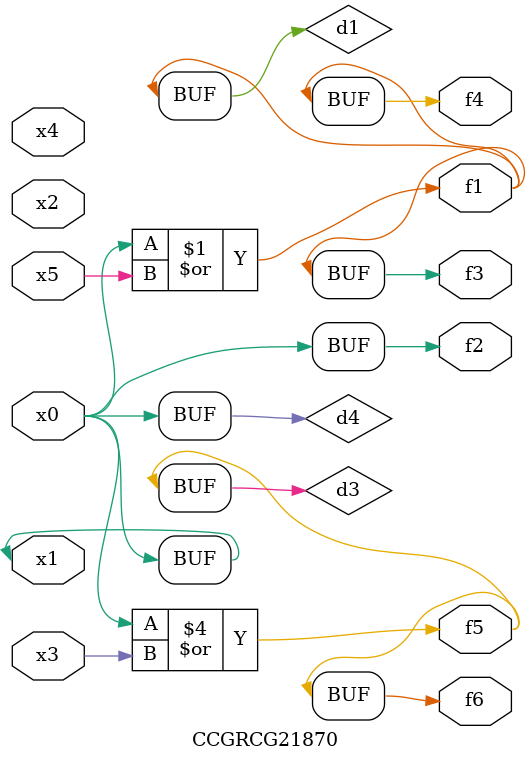
<source format=v>
module CCGRCG21870(
	input x0, x1, x2, x3, x4, x5,
	output f1, f2, f3, f4, f5, f6
);

	wire d1, d2, d3, d4;

	or (d1, x0, x5);
	xnor (d2, x1, x4);
	or (d3, x0, x3);
	buf (d4, x0, x1);
	assign f1 = d1;
	assign f2 = d4;
	assign f3 = d1;
	assign f4 = d1;
	assign f5 = d3;
	assign f6 = d3;
endmodule

</source>
